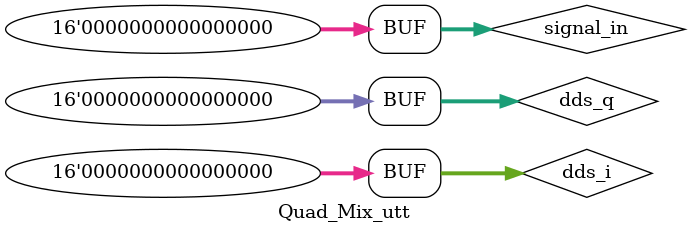
<source format=v>
`timescale 1ns / 1ps


module Quad_Mix_utt;

	// Inputs
	reg [15:0] signal_in;
	reg [15:0] dds_i;
	reg [15:0] dds_q;

	// Outputs
	wire [23:0] mixed_signal_q;
	wire [23:0] mixed_signal_i;

	// Instantiate the Unit Under Test (UUT)
	Quad_Mixer uut (
		.signal_in(signal_in), 
		.dds_i(dds_i), 
		.dds_q(dds_q), 
		.mixed_signal_q(mixed_signal_q), 
		.mixed_signal_i(mixed_signal_i)
	);

	initial begin
		// Initialize Inputs
		signal_in = 0;
		dds_i = 0;
		dds_q = 0;
		
		#10;
		
		#10;
		
		#10;

		// Wait 100 ns for global reset to finish
		#100;
        
		// Add stimulus here

	end
      
endmodule


</source>
